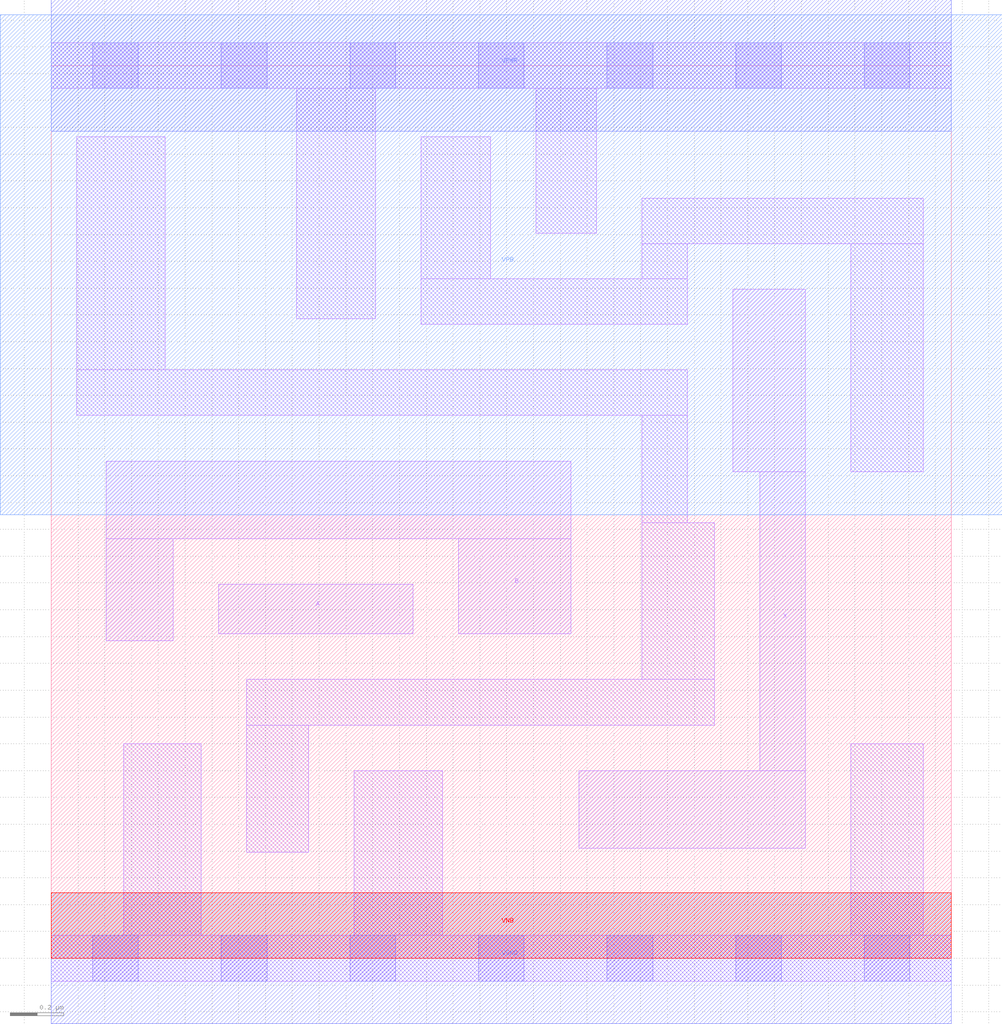
<source format=lef>
# Copyright 2020 The SkyWater PDK Authors
#
# Licensed under the Apache License, Version 2.0 (the "License");
# you may not use this file except in compliance with the License.
# You may obtain a copy of the License at
#
#     https://www.apache.org/licenses/LICENSE-2.0
#
# Unless required by applicable law or agreed to in writing, software
# distributed under the License is distributed on an "AS IS" BASIS,
# WITHOUT WARRANTIES OR CONDITIONS OF ANY KIND, either express or implied.
# See the License for the specific language governing permissions and
# limitations under the License.
#
# SPDX-License-Identifier: Apache-2.0

VERSION 5.7 ;
  NOWIREEXTENSIONATPIN ON ;
  DIVIDERCHAR "/" ;
  BUSBITCHARS "[]" ;
MACRO sky130_fd_sc_lp__xor2_0
  CLASS CORE ;
  FOREIGN sky130_fd_sc_lp__xor2_0 ;
  ORIGIN  0.000000  0.000000 ;
  SIZE  3.360000 BY  3.330000 ;
  SYMMETRY X Y R90 ;
  SITE unit ;
  PIN A
    ANTENNAGATEAREA  0.318000 ;
    DIRECTION INPUT ;
    USE SIGNAL ;
    PORT
      LAYER li1 ;
        RECT 0.625000 1.210000 1.350000 1.395000 ;
    END
  END A
  PIN B
    ANTENNAGATEAREA  0.318000 ;
    DIRECTION INPUT ;
    USE SIGNAL ;
    PORT
      LAYER li1 ;
        RECT 0.205000 1.185000 0.455000 1.565000 ;
        RECT 0.205000 1.565000 1.940000 1.855000 ;
        RECT 1.520000 1.210000 1.940000 1.565000 ;
    END
  END B
  PIN X
    ANTENNADIFFAREA  0.516100 ;
    DIRECTION OUTPUT ;
    USE SIGNAL ;
    PORT
      LAYER li1 ;
        RECT 1.970000 0.410000 2.815000 0.700000 ;
        RECT 2.545000 1.815000 2.815000 2.495000 ;
        RECT 2.645000 0.700000 2.815000 1.815000 ;
    END
  END X
  PIN VGND
    DIRECTION INOUT ;
    USE GROUND ;
    PORT
      LAYER met1 ;
        RECT 0.000000 -0.245000 3.360000 0.245000 ;
    END
  END VGND
  PIN VNB
    DIRECTION INOUT ;
    USE GROUND ;
    PORT
      LAYER pwell ;
        RECT 0.000000 0.000000 3.360000 0.245000 ;
    END
  END VNB
  PIN VPB
    DIRECTION INOUT ;
    USE POWER ;
    PORT
      LAYER nwell ;
        RECT -0.190000 1.655000 3.550000 3.520000 ;
    END
  END VPB
  PIN VPWR
    DIRECTION INOUT ;
    USE POWER ;
    PORT
      LAYER met1 ;
        RECT 0.000000 3.085000 3.360000 3.575000 ;
    END
  END VPWR
  OBS
    LAYER li1 ;
      RECT 0.000000 -0.085000 3.360000 0.085000 ;
      RECT 0.000000  3.245000 3.360000 3.415000 ;
      RECT 0.095000  2.025000 2.375000 2.195000 ;
      RECT 0.095000  2.195000 0.425000 3.065000 ;
      RECT 0.270000  0.085000 0.560000 0.800000 ;
      RECT 0.730000  0.395000 0.960000 0.870000 ;
      RECT 0.730000  0.870000 2.475000 1.040000 ;
      RECT 0.915000  2.385000 1.210000 3.245000 ;
      RECT 1.130000  0.085000 1.460000 0.700000 ;
      RECT 1.380000  2.365000 2.375000 2.535000 ;
      RECT 1.380000  2.535000 1.640000 3.065000 ;
      RECT 1.810000  2.705000 2.035000 3.245000 ;
      RECT 2.205000  1.040000 2.475000 1.625000 ;
      RECT 2.205000  1.625000 2.375000 2.025000 ;
      RECT 2.205000  2.535000 2.375000 2.665000 ;
      RECT 2.205000  2.665000 3.255000 2.835000 ;
      RECT 2.985000  0.085000 3.255000 0.800000 ;
      RECT 2.985000  1.815000 3.255000 2.665000 ;
    LAYER mcon ;
      RECT 0.155000 -0.085000 0.325000 0.085000 ;
      RECT 0.155000  3.245000 0.325000 3.415000 ;
      RECT 0.635000 -0.085000 0.805000 0.085000 ;
      RECT 0.635000  3.245000 0.805000 3.415000 ;
      RECT 1.115000 -0.085000 1.285000 0.085000 ;
      RECT 1.115000  3.245000 1.285000 3.415000 ;
      RECT 1.595000 -0.085000 1.765000 0.085000 ;
      RECT 1.595000  3.245000 1.765000 3.415000 ;
      RECT 2.075000 -0.085000 2.245000 0.085000 ;
      RECT 2.075000  3.245000 2.245000 3.415000 ;
      RECT 2.555000 -0.085000 2.725000 0.085000 ;
      RECT 2.555000  3.245000 2.725000 3.415000 ;
      RECT 3.035000 -0.085000 3.205000 0.085000 ;
      RECT 3.035000  3.245000 3.205000 3.415000 ;
  END
END sky130_fd_sc_lp__xor2_0
END LIBRARY

</source>
